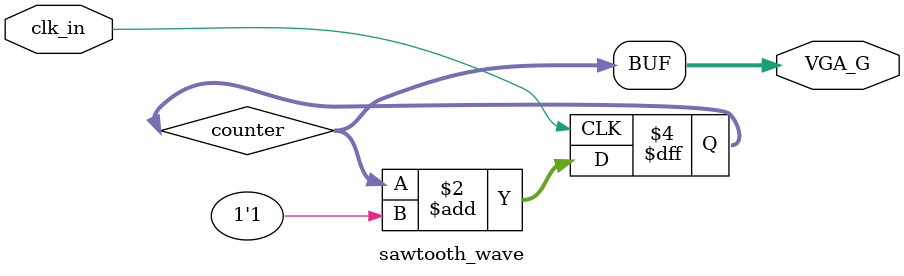
<source format=sv>
module sawtooth_wave(
	input  logic clk_in,
	output logic [7:0] VGA_G
);

logic [7:0] counter = '0; // 2^8 == 256 --> 0-255

always_ff@(posedge clk_in)
begin
	counter <= counter + 1'b1;
end

assign VGA_G = counter;

endmodule

</source>
